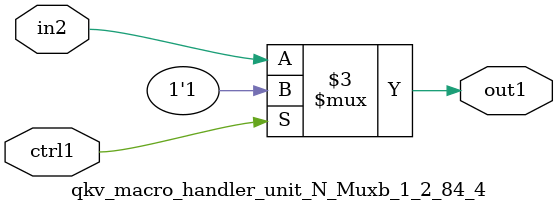
<source format=v>

`timescale 1ps / 1ps


module qkv_macro_handler_unit_N_Muxb_1_2_84_4( in2, ctrl1, out1 );

    input in2;
    input ctrl1;
    output out1;
    reg out1;

    
    // rtl_process:qkv_macro_handler_unit_N_Muxb_1_2_84_4/qkv_macro_handler_unit_N_Muxb_1_2_84_4_thread_1
    always @*
      begin : qkv_macro_handler_unit_N_Muxb_1_2_84_4_thread_1
        case (ctrl1) 
          1'b1: 
            begin
              out1 = 1'b1;
            end
          default: 
            begin
              out1 = in2;
            end
        endcase
      end

endmodule



</source>
